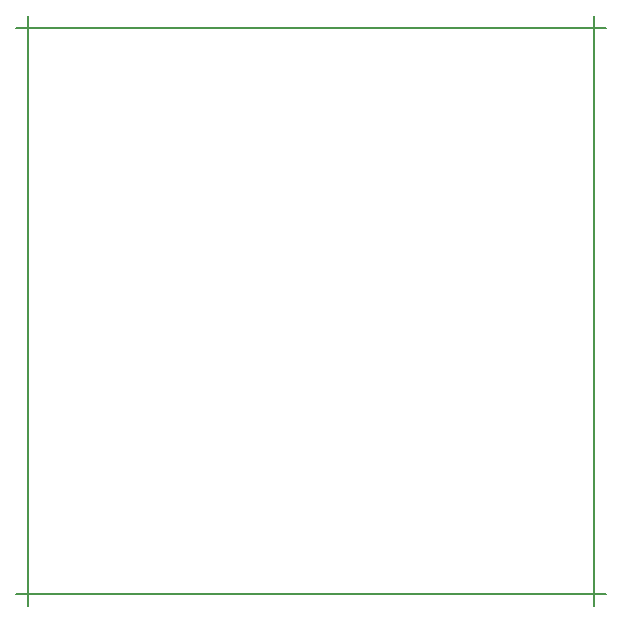
<source format=gbr>
G04 #@! TF.FileFunction,Profile,NP*
%FSLAX46Y46*%
G04 Gerber Fmt 4.6, Leading zero omitted, Abs format (unit mm)*
G04 Created by KiCad (PCBNEW (2015-05-16 BZR 5655)-product) date Fri 05 Jun 2015 17:35:23 CEST*
%MOMM*%
G01*
G04 APERTURE LIST*
%ADD10C,0.150000*%
G04 APERTURE END LIST*
D10*
X101000000Y-85000000D02*
X101000000Y-35000000D01*
X150000000Y-84000000D02*
X100000000Y-84000000D01*
X149000000Y-35000000D02*
X149000000Y-85000000D01*
X100000000Y-36000000D02*
X150000000Y-36000000D01*
M02*

</source>
